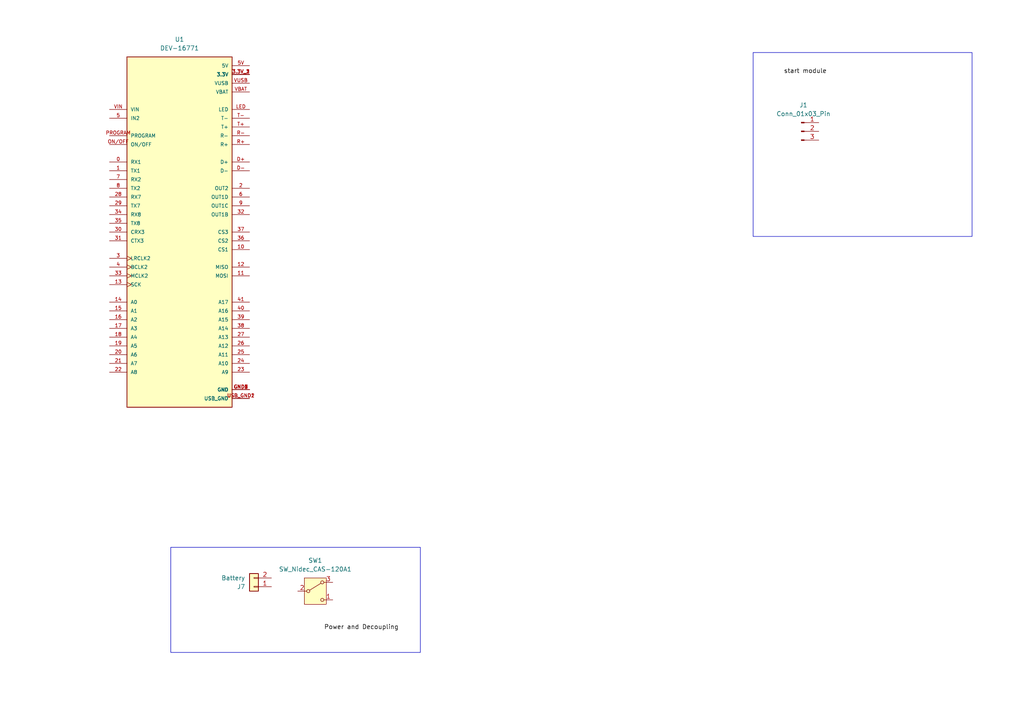
<source format=kicad_sch>
(kicad_sch (version 20250114) (generator "eeschema") (generator_version "9.0")
  (paper "A4")
  (lib_symbols
    (symbol "Connector:Conn_01x03_Pin" (pin_names (offset 1.016) (hide yes))
      (property "Reference" "J" (at 0 5.08 0))
      (property "Value" "Conn_01x03_Pin" (at 0 -5.08 0))
      (symbol "Conn_01x03_Pin_1_1"
        (rectangle (start 0.8636 2.667) (end 0 2.413) (stroke (width 0.1524)) (fill (type outline)))
        (rectangle (start 0.8636 0.127) (end 0 -0.127) (stroke (width 0.1524)) (fill (type outline)))
        (rectangle (start 0.8636 -2.413) (end 0 -2.667) (stroke (width 0.1524)) (fill (type outline)))
        (polyline (pts (xy 1.27 2.54) (xy 0.8636 2.54)) (stroke (width 0.1524)))
        (polyline (pts (xy 1.27 0) (xy 0.8636 0)) (stroke (width 0.1524)))
        (polyline (pts (xy 1.27 -2.54) (xy 0.8636 -2.54)) (stroke (width 0.1524)))
        (pin passive line (at 5.08 2.54 180) (length 3.81) (name "Pin_1") (number "1"))
        (pin passive line (at 5.08 0 180) (length 3.81) (name "Pin_2") (number "2"))
        (pin passive line (at 5.08 -2.54 180) (length 3.81) (name "Pin_3") (number "3"))
      )
    )
    (symbol "Connector_Generic:Conn_01x02" (pin_names (offset 1.016) (hide yes))
      (property "Reference" "J" (at 0 2.54 0))
      (property "Value" "Conn_01x02" (at 0 -5.08 0))
      (symbol "Conn_01x02_1_1"
        (rectangle (start -1.27 1.27) (end 1.27 -3.81) (stroke (width 0.254)) (fill (type background)))
        (rectangle (start -1.27 0.127) (end 0 -0.127) (stroke (width 0.1524)))
        (rectangle (start -1.27 -2.413) (end 0 -2.667) (stroke (width 0.1524)))
        (pin passive line (at -5.08 0 0) (length 3.81) (name "Pin_1") (number "1"))
        (pin passive line (at -5.08 -2.54 0) (length 3.81) (name "Pin_2") (number "2"))
      )
    )
    (symbol "DEV-16771:DEV-16771" (pin_names (offset 1.016))
      (property "Reference" "U" (at -15.24 52.07 0))
      (property "Value" "DEV-16771" (at -15.24 -53.34 0))
      (symbol "DEV-16771_0_0"
        (rectangle (start -15.24 -50.8) (end 15.24 50.8) (stroke (width 0.254)) (fill (type background)))
        (pin input line (at -20.32 35.56 0) (length 5.08) (name "VIN") (number "VIN"))
        (pin bidirectional line (at -20.32 33.02 0) (length 5.08) (name "IN2") (number "5"))
        (pin bidirectional line (at -20.32 27.94 0) (length 5.08) (name "PROGRAM") (number "PROGRAM"))
        (pin bidirectional line (at -20.32 25.4 0) (length 5.08) (name "ON/OFF") (number "ON/OFF"))
        (pin bidirectional line (at -20.32 20.32 0) (length 5.08) (name "RX1") (number "0"))
        (pin bidirectional line (at -20.32 17.78 0) (length 5.08) (name "TX1") (number "1"))
        (pin bidirectional line (at -20.32 15.24 0) (length 5.08) (name "RX2") (number "7"))
        (pin bidirectional line (at -20.32 12.7 0) (length 5.08) (name "TX2") (number "8"))
        (pin bidirectional line (at -20.32 10.16 0) (length 5.08) (name "RX7") (number "28"))
        (pin bidirectional line (at -20.32 7.62 0) (length 5.08) (name "TX7") (number "29"))
        (pin bidirectional line (at -20.32 5.08 0) (length 5.08) (name "RX8") (number "34"))
        (pin bidirectional line (at -20.32 2.54 0) (length 5.08) (name "TX8") (number "35"))
        (pin bidirectional line (at -20.32 0 0) (length 5.08) (name "CRX3") (number "30"))
        (pin bidirectional line (at -20.32 -2.54 0) (length 5.08) (name "CTX3") (number "31"))
        (pin bidirectional clock (at -20.32 -7.62 0) (length 5.08) (name "LRCLK2") (number "3"))
        (pin bidirectional clock (at -20.32 -10.16 0) (length 5.08) (name "BCLK2") (number "4"))
        (pin bidirectional clock (at -20.32 -12.7 0) (length 5.08) (name "MCLK2") (number "33"))
        (pin bidirectional clock (at -20.32 -15.24 0) (length 5.08) (name "SCK") (number "13"))
        (pin bidirectional line (at -20.32 -20.32 0) (length 5.08) (name "A0") (number "14"))
        (pin bidirectional line (at -20.32 -22.86 0) (length 5.08) (name "A1") (number "15"))
        (pin bidirectional line (at -20.32 -25.4 0) (length 5.08) (name "A2") (number "16"))
        (pin bidirectional line (at -20.32 -27.94 0) (length 5.08) (name "A3") (number "17"))
        (pin bidirectional line (at -20.32 -30.48 0) (length 5.08) (name "A4") (number "18"))
        (pin bidirectional line (at -20.32 -33.02 0) (length 5.08) (name "A5") (number "19"))
        (pin bidirectional line (at -20.32 -35.56 0) (length 5.08) (name "A6") (number "20"))
        (pin bidirectional line (at -20.32 -38.1 0) (length 5.08) (name "A7") (number "21"))
        (pin bidirectional line (at -20.32 -40.64 0) (length 5.08) (name "A8") (number "22"))
        (pin power_in line (at 20.32 48.26 180) (length 5.08) (name "5V") (number "5V"))
        (pin power_in line (at 20.32 45.72 180) (length 5.08) (name "3.3V") (number "3.3V_1"))
        (pin power_in line (at 20.32 45.72 180) (length 5.08) (name "3.3V") (number "3.3V_2"))
        (pin power_in line (at 20.32 45.72 180) (length 5.08) (name "3.3V") (number "3.3V_3"))
        (pin passive line (at 20.32 43.18 180) (length 5.08) (name "VUSB") (number "VUSB"))
        (pin passive line (at 20.32 40.64 180) (length 5.08) (name "VBAT") (number "VBAT"))
        (pin bidirectional line (at 20.32 35.56 180) (length 5.08) (name "LED") (number "LED"))
        (pin bidirectional line (at 20.32 33.02 180) (length 5.08) (name "T-") (number "T-"))
        (pin bidirectional line (at 20.32 30.48 180) (length 5.08) (name "T+") (number "T+"))
        (pin bidirectional line (at 20.32 27.94 180) (length 5.08) (name "R-") (number "R-"))
        (pin bidirectional line (at 20.32 25.4 180) (length 5.08) (name "R+") (number "R+"))
        (pin bidirectional line (at 20.32 20.32 180) (length 5.08) (name "D+") (number "D+"))
        (pin bidirectional line (at 20.32 17.78 180) (length 5.08) (name "D-") (number "D-"))
        (pin output line (at 20.32 12.7 180) (length 5.08) (name "OUT2") (number "2"))
        (pin output line (at 20.32 10.16 180) (length 5.08) (name "OUT1D") (number "6"))
        (pin output line (at 20.32 7.62 180) (length 5.08) (name "OUT1C") (number "9"))
        (pin output line (at 20.32 5.08 180) (length 5.08) (name "OUT1B") (number "32"))
        (pin bidirectional line (at 20.32 0 180) (length 5.08) (name "CS3") (number "37"))
        (pin bidirectional line (at 20.32 -2.54 180) (length 5.08) (name "CS2") (number "36"))
        (pin bidirectional line (at 20.32 -5.08 180) (length 5.08) (name "CS1") (number "10"))
        (pin bidirectional line (at 20.32 -10.16 180) (length 5.08) (name "MISO") (number "12"))
        (pin bidirectional line (at 20.32 -12.7 180) (length 5.08) (name "MOSI") (number "11"))
        (pin bidirectional line (at 20.32 -20.32 180) (length 5.08) (name "A17") (number "41"))
        (pin bidirectional line (at 20.32 -22.86 180) (length 5.08) (name "A16") (number "40"))
        (pin bidirectional line (at 20.32 -25.4 180) (length 5.08) (name "A15") (number "39"))
        (pin bidirectional line (at 20.32 -27.94 180) (length 5.08) (name "A14") (number "38"))
        (pin bidirectional line (at 20.32 -30.48 180) (length 5.08) (name "A13") (number "27"))
        (pin bidirectional line (at 20.32 -33.02 180) (length 5.08) (name "A12") (number "26"))
        (pin bidirectional line (at 20.32 -35.56 180) (length 5.08) (name "A11") (number "25"))
        (pin bidirectional line (at 20.32 -38.1 180) (length 5.08) (name "A10") (number "24"))
        (pin bidirectional line (at 20.32 -40.64 180) (length 5.08) (name "A9") (number "23"))
        (pin power_in line (at 20.32 -45.72 180) (length 5.08) (name "GND") (number "GND1"))
        (pin power_in line (at 20.32 -45.72 180) (length 5.08) (name "GND") (number "GND2"))
        (pin power_in line (at 20.32 -45.72 180) (length 5.08) (name "GND") (number "GND3"))
        (pin power_in line (at 20.32 -45.72 180) (length 5.08) (name "GND") (number "GND4"))
        (pin power_in line (at 20.32 -45.72 180) (length 5.08) (name "GND") (number "GND5"))
        (pin power_in line (at 20.32 -48.26 180) (length 5.08) (name "USB_GND") (number "USB_GND1"))
        (pin power_in line (at 20.32 -48.26 180) (length 5.08) (name "USB_GND") (number "USB_GND2"))
      )
    )
    (symbol "Switch:SW_Nidec_CAS-120A1" (pin_names (offset 1) (hide yes))
      (property "Reference" "SW" (at 0 4.318 0))
      (property "Value" "SW_Nidec_CAS-120A1" (at 0 -5.08 0))
      (symbol "SW_Nidec_CAS-120A1_0_1"
        (circle (center -2.032 0) (radius 0.4572))
        (polyline (pts (xy -1.651 0.254) (xy 1.651 2.286)))
        (circle (center 2.032 2.54) (radius 0.4572))
        (circle (center 2.032 -2.54) (radius 0.4572))
      )
      (symbol "SW_Nidec_CAS-120A1_1_1"
        (rectangle (start -3.175 3.81) (end 3.175 -3.81) (fill (type background)))
        (pin passive line (at -5.08 0 0) (length 2.54) (name "B") (number "2"))
        (pin passive line (at 5.08 2.54 180) (length 2.54) (name "A") (number "3"))
        (pin passive line (at 5.08 -2.54 180) (length 2.54) (name "C") (number "1"))
      )
    )
  )
  (rectangle (start 218.44 15.24) (end 281.94 68.58))
  (rectangle (start 49.53 158.75) (end 121.92 189.23))
  (label "start module" (at 227.33 21.59 0))
  (label "Power and Decoupling" (at 93.98 182.88 0))
  (symbol (lib_id "Connector:Conn_01x03_Pin") (at 232.41 38.1 0) (unit 1)
    (property "Reference" "J1" (at 233.045 30.48 0))
    (property "Value" "Conn_01x03_Pin" (at 233.045 33.02 0))
    (property "Description" "Generic connector, single row, 01x03, script generated" (effects (hide yes)))
  )
  (symbol (lib_id "Switch:SW_Nidec_CAS-120A1") (at 91.44 171.45 0) (unit 1)
    (property "Reference" "SW1" (at 91.44 162.56 0))
    (property "Value" "SW_Nidec_CAS-120A1" (at 91.44 165.1 0))
    (property "Footprint" "Button_Switch_SMD:Nidec_Copal_CAS-120A" (effects (hide yes)))
    (property "Datasheet" "https://www.nidec-components.com/e/catalog/switch/cas.pdf" (effects (hide yes)))
    (property "Description" "Switch, single pole double throw" (effects (hide yes)))
  )
  (symbol (lib_id "DEV-16771:DEV-16771") (at 52.07 67.31 0) (unit 1)
    (property "Reference" "U1" (at 52.07 11.43 0))
    (property "Value" "DEV-16771" (at 52.07 13.97 0))
    (property "Footprint" "DEV-16771:MODULE_DEV-16771" (effects (hide yes)))
    (property "MF" "SparkFun Electronics" (effects (hide yes)))
    (property "MAXIMUM_PACKAGE_HEIGHT" "4.07mm" (effects (hide yes)))
    (property "Package" "None" (effects (hide yes)))
    (property "Price" "None" (effects (hide yes)))
    (property "Check_prices" "https://www.snapeda.com/parts/DEV-16771/SparkFun/view-part/?ref=eda" (effects (hide yes)))
    (property "STANDARD" "Manufacturer recommendations" (effects (hide yes)))
    (property "PARTREV" "4.1" (effects (hide yes)))
    (property "SnapEDA_Link" "https://www.snapeda.com/parts/DEV-16771/SparkFun/view-part/?ref=snap" (effects (hide yes)))
    (property "MP" "DEV-16771" (effects (hide yes)))
    (property "Description_1" "RT1062 Teensy 4.1 series ARM® Cortex®-M7 MPU Embedded Evaluation Board" (effects (hide yes)))
    (property "Availability" "In Stock" (effects (hide yes)))
    (property "MANUFACTURER" "SparkFun Electronics" (effects (hide yes)))
  )
  (symbol (lib_id "Connector_Generic:Conn_01x02") (at 73.66 170.18 180) (unit 1)
    (property "Reference" "J7" (at 71.12 170.1801 0) (effects (justify left)))
    (property "Value" "Battery" (at 71.12 167.6401 0) (effects (justify left)))
    (property "Footprint" "Connector_AMASS:AMASS_XT30U-F_1x02_P5.0mm_Vertical" (effects (hide yes)))
  )
)
</source>
